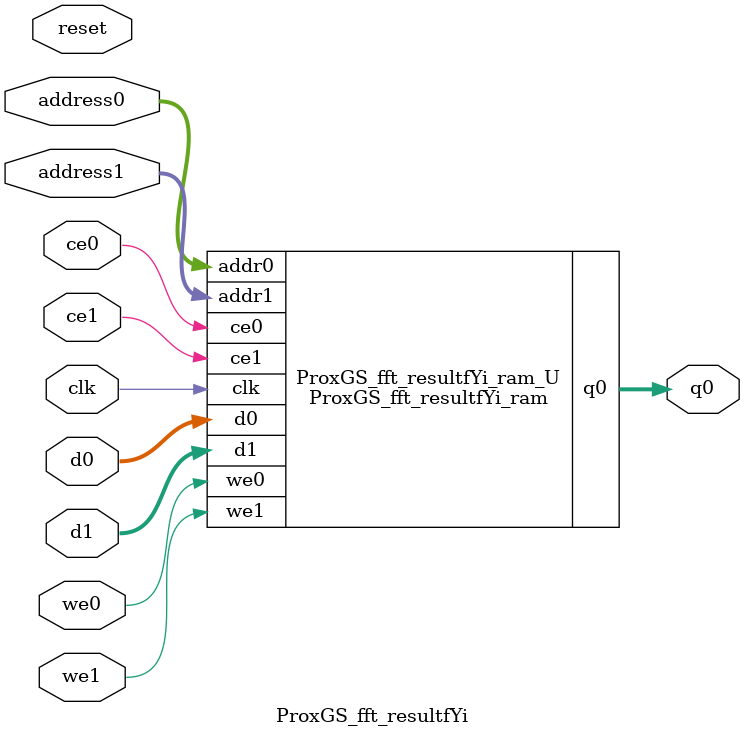
<source format=v>
`timescale 1 ns / 1 ps
module ProxGS_fft_resultfYi_ram (addr0, ce0, d0, we0, q0, addr1, ce1, d1, we1,  clk);

parameter DWIDTH = 32;
parameter AWIDTH = 14;
parameter MEM_SIZE = 16384;

input[AWIDTH-1:0] addr0;
input ce0;
input[DWIDTH-1:0] d0;
input we0;
output reg[DWIDTH-1:0] q0;
input[AWIDTH-1:0] addr1;
input ce1;
input[DWIDTH-1:0] d1;
input we1;
input clk;

(* ram_style = "block" *)reg [DWIDTH-1:0] ram[0:MEM_SIZE-1];




always @(posedge clk)  
begin 
    if (ce0) begin
        if (we0) 
            ram[addr0] <= d0; 
        q0 <= ram[addr0];
    end
end


always @(posedge clk)  
begin 
    if (ce1) begin
        if (we1) 
            ram[addr1] <= d1; 
    end
end


endmodule

`timescale 1 ns / 1 ps
module ProxGS_fft_resultfYi(
    reset,
    clk,
    address0,
    ce0,
    we0,
    d0,
    q0,
    address1,
    ce1,
    we1,
    d1);

parameter DataWidth = 32'd32;
parameter AddressRange = 32'd16384;
parameter AddressWidth = 32'd14;
input reset;
input clk;
input[AddressWidth - 1:0] address0;
input ce0;
input we0;
input[DataWidth - 1:0] d0;
output[DataWidth - 1:0] q0;
input[AddressWidth - 1:0] address1;
input ce1;
input we1;
input[DataWidth - 1:0] d1;



ProxGS_fft_resultfYi_ram ProxGS_fft_resultfYi_ram_U(
    .clk( clk ),
    .addr0( address0 ),
    .ce0( ce0 ),
    .we0( we0 ),
    .d0( d0 ),
    .q0( q0 ),
    .addr1( address1 ),
    .ce1( ce1 ),
    .we1( we1 ),
    .d1( d1 ));

endmodule


</source>
